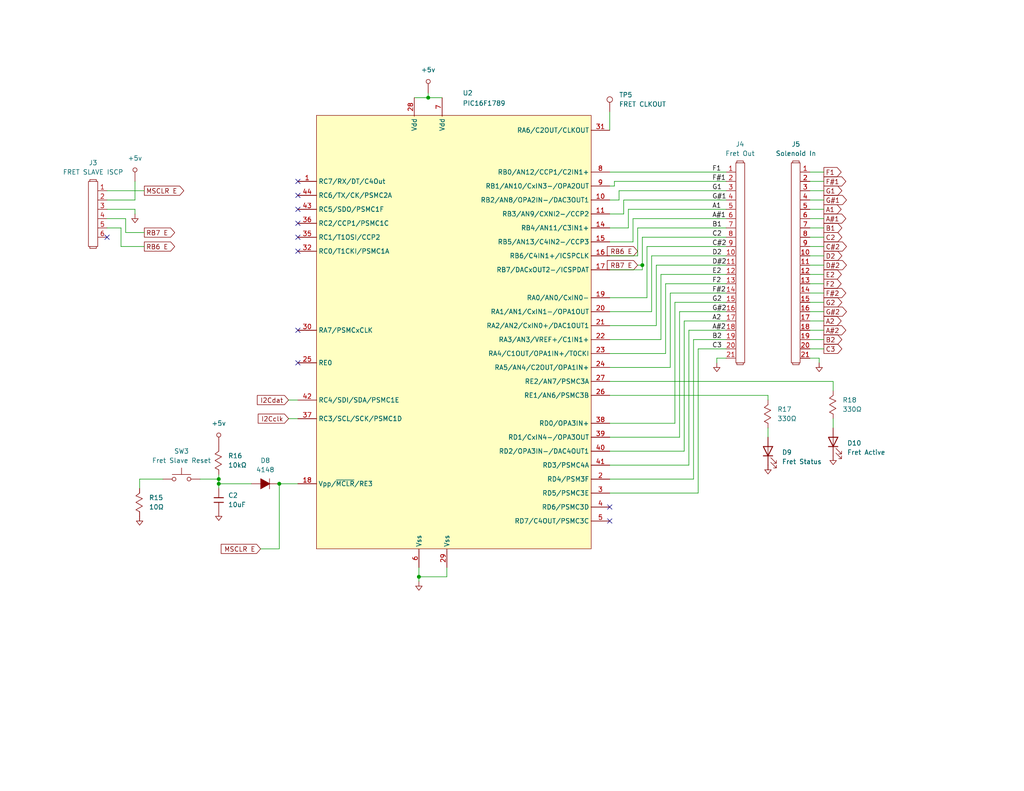
<source format=kicad_sch>
(kicad_sch (version 20250114) (generator "eeschema") (generator_version "9.0")
  (paper "A")
  (title_block (title "E-Slave Processor Schematic") (date "2024-12-10") (rev "A"))
  (lib_symbols
    (symbol "Connector:TestPoint" (pin_numbers (hide yes)) (pin_names (offset 0.762) (hide yes))
      (property "Reference" "TP" (at 0 6.858 0))
      (property "Value" "TestPoint" (at 0 5.08 0))
      (symbol "TestPoint_0_1"
        (circle (center 0 3.302) (radius 0.762))
      )
      (symbol "TestPoint_1_1"
        (pin passive line (at 0 0 90) (length 2.54) (name "1") (number "1"))
      )
    )
    (symbol "Custom Power:+5v" (power) (pin_numbers (hide yes)) (pin_names (hide yes)) (in_bom no) (on_board no)
      (property "Value" "+5v" (at 0 3.81 0))
      (symbol "+5v_0_1"
        (circle (center 0 1.8796) (radius 0.5611))
      )
      (symbol "+5v_1_1"
        (pin power_in line (at 0 -1.27 90) (length 2.54) (name "+5v") (number ""))
      )
    )
    (symbol "Custom Power:GND" (power) (pin_numbers (hide yes)) (pin_names (hide yes)) (in_bom no) (on_board no)
      (symbol "GND_0_1"
        (polyline (pts (xy -0.889 -1.27) (xy 0.889 -1.27) (xy 0 -2.413) (xy -0.889 -1.27)))
      )
      (symbol "GND_1_1"
        (pin power_in line (at 0 0 270) (length 1.27) (name "GND") (number "~"))
      )
    )
    (symbol "Device:LED" (pin_numbers (hide yes)) (pin_names (offset 1.016) (hide yes))
      (property "Reference" "D" (at 0 2.54 0))
      (property "Value" "LED" (at 0 -2.54 0))
      (symbol "LED_0_1"
        (polyline (pts (xy -3.048 -0.762) (xy -4.572 -2.286) (xy -3.81 -2.286) (xy -4.572 -2.286) (xy -4.572 -1.524)))
        (polyline (pts (xy -1.778 -0.762) (xy -3.302 -2.286) (xy -2.54 -2.286) (xy -3.302 -2.286) (xy -3.302 -1.524)))
        (polyline (pts (xy -1.27 0) (xy 1.27 0)))
        (polyline (pts (xy -1.27 -1.27) (xy -1.27 1.27)) (stroke (width 0.254)))
        (polyline (pts (xy 1.27 -1.27) (xy 1.27 1.27) (xy -1.27 0) (xy 1.27 -1.27)) (stroke (width 0.254)))
      )
      (symbol "LED_1_1"
        (pin passive line (at -3.81 0 0) (length 2.54) (name "K") (number "1"))
        (pin passive line (at 3.81 0 180) (length 2.54) (name "A") (number "2"))
      )
    )
    (symbol "OF symbols:Header_1x21" (pin_names (hide yes))
      (property "Reference" "J" (at -8.89 -3.81 0))
      (property "Value" "?" (at -8.89 -6.35 0))
      (symbol "Header_1x21_0_1"
        (rectangle (start -5.08 2.54) (end -2.667 -52.07))
        (polyline (pts (xy -4.699 2.54) (xy -4.699 3.048) (xy -2.921 3.048) (xy -2.921 2.54)))
        (polyline (pts (xy -4.699 -52.07) (xy -4.699 -52.578) (xy -2.921 -52.578) (xy -2.921 -52.07)))
      )
      (symbol "Header_1x21_1_1"
        (pin passive line (at 0 0 180) (length 2.54) (name "1") (number "1"))
        (pin passive line (at 0 -2.54 180) (length 2.54) (name "2") (number "2"))
        (pin passive line (at 0 -5.08 180) (length 2.54) (name "3") (number "3"))
        (pin passive line (at 0 -7.62 180) (length 2.54) (name "4") (number "4"))
        (pin passive line (at 0 -10.16 180) (length 2.54) (name "5") (number "5"))
        (pin passive line (at 0 -12.7 180) (length 2.54) (name "6") (number "6"))
        (pin passive line (at 0 -15.24 180) (length 2.54) (name "7") (number "7"))
        (pin passive line (at 0 -17.78 180) (length 2.54) (name "8") (number "8"))
        (pin passive line (at 0 -20.32 180) (length 2.54) (name "9") (number "9"))
        (pin passive line (at 0 -22.86 180) (length 2.54) (name "10") (number "10"))
        (pin passive line (at 0 -25.4 180) (length 2.54) (name "11") (number "11"))
        (pin passive line (at 0 -27.94 180) (length 2.54) (name "12") (number "12"))
        (pin passive line (at 0 -30.48 180) (length 2.54) (name "13") (number "13"))
        (pin passive line (at 0 -33.02 180) (length 2.54) (name "14") (number "14"))
        (pin passive line (at 0 -35.56 180) (length 2.54) (name "15") (number "15"))
        (pin passive line (at 0 -38.1 180) (length 2.54) (name "16") (number "16"))
        (pin passive line (at 0 -40.64 180) (length 2.54) (name "17") (number "17"))
        (pin passive line (at 0 -43.18 180) (length 2.54) (name "18") (number "18"))
        (pin passive line (at 0 -45.72 180) (length 2.54) (name "19") (number "19"))
        (pin passive line (at 0 -48.26 180) (length 2.54) (name "20") (number "20"))
        (pin passive line (at 0 -50.8 180) (length 2.54) (name "21") (number "21"))
      )
    )
    (symbol "Owen's Symbols:Capacitor" (pin_numbers (hide yes)) (pin_names (hide yes))
      (property "Reference" "C" (at 2.54 0 0))
      (property "Value" "?" (at 2.54 -2.54 0))
      (symbol "Capacitor_1_1"
        (polyline (pts (xy -1.27 -2.54) (xy 1.27 -2.54)) (stroke (width 0.254)))
        (polyline (pts (xy -1.27 -3.81) (xy 1.27 -3.81)) (stroke (width 0.254)))
        (pin passive line (at 0 0 270) (length 2.54) (name "1") (number "1"))
        (pin passive line (at 0 -6.35 90) (length 2.54) (name "2") (number "2"))
      )
    )
    (symbol "Owen's Symbols:Diode" (pin_numbers (hide yes)) (pin_names (hide yes))
      (property "Reference" "D" (at 3.81 -1.27 0))
      (property "Value" "Vz" (at 3.81 -3.81 0))
      (symbol "Diode_0_1"
        (polyline (pts (xy -1.397 -4.953) (xy 1.397 -4.953) (xy 1.397 -4.953)))
      )
      (symbol "Diode_1_1"
        (polyline (pts (xy -1.397 -2.54) (xy 1.397 -2.54) (xy 0 -5.08) (xy -1.397 -2.54)) (fill (type outline)))
        (pin passive line (at 0 0 270) (length 2.54) (name "2") (number "2"))
        (pin passive line (at 0 -7.62 90) (length 2.54) (name "1") (number "1"))
      )
    )
    (symbol "Owen's Symbols:Header_1x21" (pin_names (hide yes))
      (property "Reference" "J" (at -8.89 -3.81 0))
      (property "Value" "?" (at -8.89 -6.35 0))
      (symbol "Header_1x21_0_1"
        (rectangle (start -5.08 2.54) (end -2.667 -52.07))
        (polyline (pts (xy -4.699 2.54) (xy -4.699 3.048) (xy -2.921 3.048) (xy -2.921 2.54)))
        (polyline (pts (xy -4.699 -52.07) (xy -4.699 -52.578) (xy -2.921 -52.578) (xy -2.921 -52.07)))
      )
      (symbol "Header_1x21_1_1"
        (pin passive line (at 0 0 180) (length 2.54) (name "1") (number "1"))
        (pin passive line (at 0 -2.54 180) (length 2.54) (name "2") (number "2"))
        (pin passive line (at 0 -5.08 180) (length 2.54) (name "3") (number "3"))
        (pin passive line (at 0 -7.62 180) (length 2.54) (name "4") (number "4"))
        (pin passive line (at 0 -10.16 180) (length 2.54) (name "5") (number "5"))
        (pin passive line (at 0 -12.7 180) (length 2.54) (name "6") (number "6"))
        (pin passive line (at 0 -15.24 180) (length 2.54) (name "7") (number "7"))
        (pin passive line (at 0 -17.78 180) (length 2.54) (name "8") (number "8"))
        (pin passive line (at 0 -20.32 180) (length 2.54) (name "9") (number "9"))
        (pin passive line (at 0 -22.86 180) (length 2.54) (name "10") (number "10"))
        (pin passive line (at 0 -25.4 180) (length 2.54) (name "11") (number "11"))
        (pin passive line (at 0 -27.94 180) (length 2.54) (name "12") (number "12"))
        (pin passive line (at 0 -30.48 180) (length 2.54) (name "13") (number "13"))
        (pin passive line (at 0 -33.02 180) (length 2.54) (name "14") (number "14"))
        (pin passive line (at 0 -35.56 180) (length 2.54) (name "15") (number "15"))
        (pin passive line (at 0 -38.1 180) (length 2.54) (name "16") (number "16"))
        (pin passive line (at 0 -40.64 180) (length 2.54) (name "17") (number "17"))
        (pin passive line (at 0 -43.18 180) (length 2.54) (name "18") (number "18"))
        (pin passive line (at 0 -45.72 180) (length 2.54) (name "19") (number "19"))
        (pin passive line (at 0 -48.26 180) (length 2.54) (name "20") (number "20"))
        (pin passive line (at 0 -50.8 180) (length 2.54) (name "21") (number "21"))
      )
    )
    (symbol "Owen's Symbols:Header_1x6" (pin_names (hide yes))
      (property "Reference" "J" (at -8.89 -3.81 0))
      (property "Value" "?" (at -8.89 -6.35 0))
      (symbol "Header_1x6_0_1"
        (rectangle (start -5.08 2.54) (end -2.54 -15.24))
        (polyline (pts (xy -4.699 2.54) (xy -4.699 3.048) (xy -2.921 3.048) (xy -2.921 2.54)))
        (polyline (pts (xy -4.699 -15.24) (xy -4.699 -15.748) (xy -2.921 -15.748) (xy -2.921 -15.24)))
      )
      (symbol "Header_1x6_1_1"
        (pin passive line (at 0 0 180) (length 2.54) (name "1") (number "1"))
        (pin passive line (at 0 -2.54 180) (length 2.54) (name "2") (number "2"))
        (pin passive line (at 0 -5.08 180) (length 2.54) (name "3") (number "3"))
        (pin passive line (at 0 -7.62 180) (length 2.54) (name "4") (number "4"))
        (pin passive line (at 0 -10.16 180) (length 2.54) (name "5") (number "5"))
        (pin passive line (at 0 -12.7 180) (length 2.54) (name "6") (number "6"))
      )
    )
    (symbol "Owen's Symbols:PIC16F1789_44"
      (property "Reference" "U" (at -37.592 5.334 0))
      (property "Value" "PIC16F1789" (at -31.75 4.826 0))
      (symbol "PIC16F1789_44_1_0"
        (pin bidirectional line (at 45.72 -3.81 180) (length 5.08) (name "RA6/C2OUT/CLKOUT") (number "31"))
      )
      (symbol "PIC16F1789_44_1_1"
        (rectangle (start -34.29 0) (end 40.64 -118.11) (fill (type background)))
        (pin bidirectional line (at -39.37 -15.24 0) (length 5.08) (name "RA0/AN0/CxIN0-") (number "19"))
        (pin bidirectional line (at -39.37 -19.05 0) (length 5.08) (name "RA1/AN1/CxIN1-/OPA1OUT") (number "20"))
        (pin bidirectional line (at -39.37 -22.86 0) (length 5.08) (name "RA2/AN2/CxIN0+/DAC1OUT1") (number "21"))
        (pin bidirectional line (at -39.37 -26.67 0) (length 5.08) (name "RA3/AN3/VREF+/C1IN1+") (number "22"))
        (pin bidirectional line (at -39.37 -30.48 0) (length 5.08) (name "RA4/C1OUT/OPA1IN+/T0CKI") (number "23"))
        (pin bidirectional line (at -39.37 -34.29 0) (length 5.08) (name "RA5/AN4/C2OUT/OPA1IN+") (number "24"))
        (pin bidirectional line (at -39.37 -38.1 0) (length 5.08) (name "RA6/C2OUT/CLKOUT") (number "31"))
        (pin bidirectional line (at -39.37 -41.91 0) (length 5.08) (name "RA7/PSMCxCLK") (number "30"))
        (pin bidirectional line (at -39.37 -59.69 0) (length 5.08) (name "RE2/AN7/PSMC3A") (number "27"))
        (pin bidirectional line (at -39.37 -63.5 0) (length 5.08) (name "RE1/AN6/PSMC3B") (number "26"))
        (pin bidirectional line (at -39.37 -68.58 0) (length 5.08) (name "RE0") (number "25"))
        (pin bidirectional line (at -39.37 -100.33 0) (length 5.08) (name "Vpp/~{MCLR}/RE3") (number "18"))
        (pin bidirectional line (at -7.62 5.08 270) (length 5.08) (name "Vdd") (number "28"))
        (pin bidirectional line (at -6.35 -123.19 90) (length 5.08) (name "Vss") (number "6"))
        (pin bidirectional line (at 0 5.08 270) (length 5.08) (name "Vdd") (number "7"))
        (pin bidirectional line (at 1.27 -123.19 90) (length 5.08) (name "Vss") (number "29"))
        (pin bidirectional line (at 45.72 -15.24 180) (length 5.08) (name "RB0/AN12/CCP1/C2IN1+") (number "8"))
        (pin bidirectional line (at 45.72 -19.05 180) (length 5.08) (name "RB1/AN10/CxIN3-/OPA2OUT") (number "9"))
        (pin bidirectional line (at 45.72 -22.86 180) (length 5.08) (name "RB2/AN8/OPA2IN-/DAC3OUT1") (number "10"))
        (pin bidirectional line (at 45.72 -26.67 180) (length 5.08) (name "RB3/AN9/CXNI2-/CCP2") (number "11"))
        (pin bidirectional line (at 45.72 -30.48 180) (length 5.08) (name "RB4/AN11/C3IN1+") (number "14"))
        (pin bidirectional line (at 45.72 -34.29 180) (length 5.08) (name "RB5/AN13/C4IN2-/CCP3") (number "15"))
        (pin bidirectional line (at 45.72 -38.1 180) (length 5.08) (name "RB6/C4IN1+/ICSPCLK") (number "16"))
        (pin bidirectional line (at 45.72 -41.91 180) (length 5.08) (name "RB7/DACxOUT2-/ICSPDAT") (number "17"))
        (pin bidirectional line (at 45.72 -49.53 180) (length 5.08) (name "RC0/T1CKI/PSMC1A") (number "32"))
        (pin bidirectional line (at 45.72 -53.34 180) (length 5.08) (name "RC1/T1OSI/CCP2") (number "35"))
        (pin bidirectional line (at 45.72 -57.15 180) (length 5.08) (name "RC2/CCP1/PSMC1C") (number "36"))
        (pin bidirectional line (at 45.72 -60.96 180) (length 5.08) (name "RC3/SCL/SCK/PSMC1D") (number "37"))
        (pin bidirectional line (at 45.72 -64.77 180) (length 5.08) (name "RC4/SDI/SDA/PSMC1E") (number "42"))
        (pin bidirectional line (at 45.72 -68.58 180) (length 5.08) (name "RC5/SDO/PSMC1F") (number "43"))
        (pin bidirectional line (at 45.72 -72.39 180) (length 5.08) (name "RC6/TX/CK/PSMC2A") (number "44"))
        (pin bidirectional line (at 45.72 -76.2 180) (length 5.08) (name "RC7/RX/DT/C4Out") (number "1"))
        (pin bidirectional line (at 45.72 -83.82 180) (length 5.08) (name "RD0/OPA3IN+") (number "38"))
        (pin bidirectional line (at 45.72 -87.63 180) (length 5.08) (name "RD1/CxIN4-/OPA3OUT") (number "39"))
        (pin bidirectional line (at 45.72 -91.44 180) (length 5.08) (name "RD2/OPA3IN-/DAC4OUT1") (number "40"))
        (pin bidirectional line (at 45.72 -95.25 180) (length 5.08) (name "RD3/PSMC4A") (number "41"))
        (pin bidirectional line (at 45.72 -99.06 180) (length 5.08) (name "RD4/PSM3F") (number "2"))
        (pin bidirectional line (at 45.72 -102.87 180) (length 5.08) (name "RD5/PSMC3E") (number "3"))
        (pin bidirectional line (at 45.72 -106.68 180) (length 5.08) (name "RD6/PSMC3D") (number "4"))
        (pin bidirectional line (at 45.72 -110.49 180) (length 5.08) (name "RD7/C4OUT/PSMC3C") (number "5"))
      )
      (symbol "PIC16F1789_44_1_2"
        (rectangle (start -34.29 0.254) (end 40.64 -118.11) (fill (type background)))
        (pin bidirectional line (at -39.37 -17.78 0) (length 5.08) (name "RC7/RX/DT/C4Out") (number "1"))
        (pin bidirectional line (at -39.37 -21.59 0) (length 5.08) (name "RC6/TX/CK/PSMC2A") (number "44"))
        (pin bidirectional line (at -39.37 -25.4 0) (length 5.08) (name "RC5/SDO/PSMC1F") (number "43"))
        (pin bidirectional line (at -39.37 -29.21 0) (length 5.08) (name "RC2/CCP1/PSMC1C") (number "36"))
        (pin bidirectional line (at -39.37 -33.02 0) (length 5.08) (name "RC1/T1OSI/CCP2") (number "35"))
        (pin bidirectional line (at -39.37 -36.83 0) (length 5.08) (name "RC0/T1CKI/PSMC1A") (number "32"))
        (pin bidirectional line (at -39.37 -58.42 0) (length 5.08) (name "RA7/PSMCxCLK") (number "30"))
        (pin bidirectional line (at -39.37 -67.31 0) (length 5.08) (name "RE0") (number "25"))
        (pin bidirectional line (at -39.37 -77.47 0) (length 5.08) (name "RC4/SDI/SDA/PSMC1E") (number "42"))
        (pin bidirectional line (at -39.37 -82.55 0) (length 5.08) (name "RC3/SCL/SCK/PSMC1D") (number "37"))
        (pin bidirectional line (at -39.37 -100.33 0) (length 5.08) (name "Vpp/~{MCLR}/RE3") (number "18"))
        (pin bidirectional line (at -7.62 5.08 270) (length 5.08) (name "Vdd") (number "28"))
        (pin bidirectional line (at -6.35 -123.19 90) (length 5.08) (name "Vss") (number "6"))
        (pin bidirectional line (at 0 5.08 270) (length 5.08) (name "Vdd") (number "7"))
        (pin bidirectional line (at 1.27 -123.19 90) (length 5.08) (name "Vss") (number "29"))
        (pin bidirectional line (at 45.72 -15.24 180) (length 5.08) (name "RB0/AN12/CCP1/C2IN1+") (number "8"))
        (pin bidirectional line (at 45.72 -19.05 180) (length 5.08) (name "RB1/AN10/CxIN3-/OPA2OUT") (number "9"))
        (pin bidirectional line (at 45.72 -22.86 180) (length 5.08) (name "RB2/AN8/OPA2IN-/DAC3OUT1") (number "10"))
        (pin bidirectional line (at 45.72 -26.67 180) (length 5.08) (name "RB3/AN9/CXNI2-/CCP2") (number "11"))
        (pin bidirectional line (at 45.72 -30.48 180) (length 5.08) (name "RB4/AN11/C3IN1+") (number "14"))
        (pin bidirectional line (at 45.72 -34.29 180) (length 5.08) (name "RB5/AN13/C4IN2-/CCP3") (number "15"))
        (pin bidirectional line (at 45.72 -38.1 180) (length 5.08) (name "RB6/C4IN1+/ICSPCLK") (number "16"))
        (pin bidirectional line (at 45.72 -41.91 180) (length 5.08) (name "RB7/DACxOUT2-/ICSPDAT") (number "17"))
        (pin bidirectional line (at 45.72 -49.53 180) (length 5.08) (name "RA0/AN0/CxIN0-") (number "19"))
        (pin bidirectional line (at 45.72 -53.34 180) (length 5.08) (name "RA1/AN1/CxIN1-/OPA1OUT") (number "20"))
        (pin bidirectional line (at 45.72 -57.15 180) (length 5.08) (name "RA2/AN2/CxIN0+/DAC1OUT1") (number "21"))
        (pin bidirectional line (at 45.72 -60.96 180) (length 5.08) (name "RA3/AN3/VREF+/C1IN1+") (number "22"))
        (pin bidirectional line (at 45.72 -64.77 180) (length 5.08) (name "RA4/C1OUT/OPA1IN+/T0CKI") (number "23"))
        (pin bidirectional line (at 45.72 -68.58 180) (length 5.08) (name "RA5/AN4/C2OUT/OPA1IN+") (number "24"))
        (pin bidirectional line (at 45.72 -72.39 180) (length 5.08) (name "RE2/AN7/PSMC3A") (number "27"))
        (pin bidirectional line (at 45.72 -76.2 180) (length 5.08) (name "RE1/AN6/PSMC3B") (number "26"))
        (pin bidirectional line (at 45.72 -83.82 180) (length 5.08) (name "RD0/OPA3IN+") (number "38"))
        (pin bidirectional line (at 45.72 -87.63 180) (length 5.08) (name "RD1/CxIN4-/OPA3OUT") (number "39"))
        (pin bidirectional line (at 45.72 -91.44 180) (length 5.08) (name "RD2/OPA3IN-/DAC4OUT1") (number "40"))
        (pin bidirectional line (at 45.72 -95.25 180) (length 5.08) (name "RD3/PSMC4A") (number "41"))
        (pin bidirectional line (at 45.72 -99.06 180) (length 5.08) (name "RD4/PSM3F") (number "2"))
        (pin bidirectional line (at 45.72 -102.87 180) (length 5.08) (name "RD5/PSMC3E") (number "3"))
        (pin bidirectional line (at 45.72 -106.68 180) (length 5.08) (name "RD6/PSMC3D") (number "4"))
        (pin bidirectional line (at 45.72 -110.49 180) (length 5.08) (name "RD7/C4OUT/PSMC3C") (number "5"))
      )
    )
    (symbol "Owen's Symbols:Resistor_Mod" (pin_numbers (hide yes)) (pin_names (offset 0) (hide yes))
      (property "Reference" "R" (at 0 4.318 0))
      (property "Value" "ValueΩ" (at 0 2.54 0))
      (symbol "Resistor_Mod_0_1"
        (polyline (pts (xy -2.54 0) (xy -2.032 1.016) (xy -1.016 -0.762) (xy 0 1.016) (xy 1.016 -0.762) (xy 1.778 1.016) (xy 2.54 0)))
      )
      (symbol "Resistor_Mod_1_1"
        (pin passive line (at -3.81 0 0) (length 1.27) (name "1") (number "1"))
        (pin passive line (at 3.81 0 180) (length 1.27) (name "2") (number "2"))
      )
    )
    (symbol "Switch:SW_Push" (pin_numbers (hide yes)) (pin_names (offset 1.016) (hide yes))
      (property "Reference" "SW" (at 1.27 2.54 0))
      (property "Value" "SW_Push" (at 0 -1.524 0))
      (symbol "SW_Push_0_1"
        (circle (center -2.032 0) (radius 0.508))
        (polyline (pts (xy 0 1.27) (xy 0 3.048)))
        (circle (center 2.032 0) (radius 0.508))
        (polyline (pts (xy 2.54 1.27) (xy -2.54 1.27)))
        (pin passive line (at -5.08 0 0) (length 2.54) (name "1") (number "1"))
        (pin passive line (at 5.08 0 180) (length 2.54) (name "2") (number "2"))
      )
    )
  )
  (junction (at 59.69 130.81))
  (junction (at 59.69 132.08))
  (junction (at 114.3 157.48))
  (junction (at 76.2 132.08))
  (junction (at 175.26 72.39))
  (junction (at 116.84 26.67))
  (no_connect (at 81.28 49.53))
  (no_connect (at 81.28 60.96))
  (no_connect (at 81.28 68.58))
  (no_connect (at 81.28 90.17))
  (no_connect (at 81.28 53.34))
  (no_connect (at 81.28 99.06))
  (no_connect (at 166.37 142.24))
  (no_connect (at 81.28 64.77))
  (no_connect (at 29.21 64.77))
  (no_connect (at 81.28 57.15))
  (no_connect (at 166.37 138.43))
  (wire (pts (xy 166.37 85.09) (xy 177.8 85.09)))
  (wire (pts (xy 223.52 97.79) (xy 223.52 99.06)))
  (wire (pts (xy 78.74 114.3) (xy 81.28 114.3)))
  (wire (pts (xy 220.98 72.39) (xy 224.79 72.39)))
  (wire (pts (xy 34.29 63.5) (xy 39.37 63.5)))
  (wire (pts (xy 39.37 67.31) (xy 33.02 67.31)))
  (wire (pts (xy 76.2 149.86) (xy 76.2 132.08)))
  (wire (pts (xy 166.37 127) (xy 187.96 127)))
  (wire (pts (xy 176.53 67.31) (xy 198.12 67.31)))
  (wire (pts (xy 114.3 157.48) (xy 121.92 157.48)))
  (wire (pts (xy 114.3 154.94) (xy 114.3 157.48)))
  (wire (pts (xy 71.12 149.86) (xy 76.2 149.86)))
  (wire (pts (xy 166.37 50.8) (xy 167.64 50.8)))
  (wire (pts (xy 166.37 104.14) (xy 227.33 104.14)))
  (wire (pts (xy 29.21 59.69) (xy 34.29 59.69)))
  (wire (pts (xy 166.37 62.23) (xy 171.45 62.23)))
  (wire (pts (xy 209.55 109.22) (xy 209.55 107.95)))
  (wire (pts (xy 184.15 82.55) (xy 198.12 82.55)))
  (wire (pts (xy 59.69 132.08) (xy 59.69 133.35)))
  (wire (pts (xy 36.83 57.15) (xy 36.83 58.42)))
  (wire (pts (xy 220.98 90.17) (xy 224.79 90.17)))
  (wire (pts (xy 166.37 58.42) (xy 170.18 58.42)))
  (wire (pts (xy 220.98 52.07) (xy 224.79 52.07)))
  (wire (pts (xy 166.37 100.33) (xy 182.88 100.33)))
  (wire (pts (xy 227.33 104.14) (xy 227.33 106.68)))
  (wire (pts (xy 220.98 64.77) (xy 224.79 64.77)))
  (wire (pts (xy 68.58 132.08) (xy 59.69 132.08)))
  (wire (pts (xy 166.37 69.85) (xy 173.99 69.85)))
  (wire (pts (xy 220.98 85.09) (xy 224.79 85.09)))
  (wire (pts (xy 180.34 74.93) (xy 198.12 74.93)))
  (wire (pts (xy 189.23 92.71) (xy 198.12 92.71)))
  (wire (pts (xy 173.99 72.39) (xy 175.26 72.39)))
  (wire (pts (xy 166.37 66.04) (xy 172.72 66.04)))
  (wire (pts (xy 113.03 26.67) (xy 116.84 26.67)))
  (wire (pts (xy 180.34 92.71) (xy 180.34 74.93)))
  (wire (pts (xy 220.98 49.53) (xy 224.79 49.53)))
  (wire (pts (xy 176.53 81.28) (xy 176.53 67.31)))
  (wire (pts (xy 189.23 130.81) (xy 189.23 92.71)))
  (wire (pts (xy 220.98 95.25) (xy 224.79 95.25)))
  (wire (pts (xy 168.91 52.07) (xy 198.12 52.07)))
  (wire (pts (xy 116.84 26.67) (xy 120.65 26.67)))
  (wire (pts (xy 121.92 154.94) (xy 121.92 157.48)))
  (wire (pts (xy 166.37 119.38) (xy 185.42 119.38)))
  (wire (pts (xy 184.15 115.57) (xy 184.15 82.55)))
  (wire (pts (xy 29.21 57.15) (xy 36.83 57.15)))
  (wire (pts (xy 179.07 72.39) (xy 198.12 72.39)))
  (wire (pts (xy 173.99 69.85) (xy 173.99 62.23)))
  (wire (pts (xy 167.64 49.53) (xy 198.12 49.53)))
  (wire (pts (xy 195.58 97.79) (xy 198.12 97.79)))
  (wire (pts (xy 190.5 134.62) (xy 190.5 95.25)))
  (wire (pts (xy 166.37 92.71) (xy 180.34 92.71)))
  (wire (pts (xy 116.84 25.4) (xy 116.84 26.67)))
  (wire (pts (xy 220.98 59.69) (xy 224.79 59.69)))
  (wire (pts (xy 171.45 57.15) (xy 198.12 57.15)))
  (wire (pts (xy 220.98 57.15) (xy 224.79 57.15)))
  (wire (pts (xy 172.72 66.04) (xy 172.72 59.69)))
  (wire (pts (xy 166.37 115.57) (xy 184.15 115.57)))
  (wire (pts (xy 187.96 127) (xy 187.96 90.17)))
  (wire (pts (xy 186.69 123.19) (xy 186.69 87.63)))
  (wire (pts (xy 166.37 123.19) (xy 186.69 123.19)))
  (wire (pts (xy 166.37 73.66) (xy 175.26 73.66)))
  (wire (pts (xy 175.26 64.77) (xy 198.12 64.77)))
  (wire (pts (xy 220.98 82.55) (xy 224.79 82.55)))
  (wire (pts (xy 175.26 73.66) (xy 175.26 72.39)))
  (wire (pts (xy 167.64 50.8) (xy 167.64 49.53)))
  (wire (pts (xy 185.42 85.09) (xy 198.12 85.09)))
  (wire (pts (xy 190.5 95.25) (xy 198.12 95.25)))
  (wire (pts (xy 172.72 59.69) (xy 198.12 59.69)))
  (wire (pts (xy 166.37 46.99) (xy 198.12 46.99)))
  (wire (pts (xy 220.98 77.47) (xy 224.79 77.47)))
  (wire (pts (xy 59.69 132.08) (xy 59.69 130.81)))
  (wire (pts (xy 182.88 100.33) (xy 182.88 80.01)))
  (wire (pts (xy 185.42 119.38) (xy 185.42 85.09)))
  (wire (pts (xy 209.55 107.95) (xy 166.37 107.95)))
  (wire (pts (xy 220.98 80.01) (xy 224.79 80.01)))
  (wire (pts (xy 171.45 62.23) (xy 171.45 57.15)))
  (wire (pts (xy 38.1 133.35) (xy 38.1 130.81)))
  (wire (pts (xy 220.98 69.85) (xy 224.79 69.85)))
  (wire (pts (xy 220.98 74.93) (xy 224.79 74.93)))
  (wire (pts (xy 114.3 157.48) (xy 114.3 158.75)))
  (wire (pts (xy 209.55 116.84) (xy 209.55 119.38)))
  (wire (pts (xy 220.98 67.31) (xy 224.79 67.31)))
  (wire (pts (xy 29.21 52.07) (xy 39.37 52.07)))
  (wire (pts (xy 166.37 96.52) (xy 181.61 96.52)))
  (wire (pts (xy 220.98 97.79) (xy 223.52 97.79)))
  (wire (pts (xy 33.02 67.31) (xy 33.02 62.23)))
  (wire (pts (xy 59.69 130.81) (xy 59.69 129.54)))
  (wire (pts (xy 170.18 54.61) (xy 198.12 54.61)))
  (wire (pts (xy 220.98 62.23) (xy 224.79 62.23)))
  (wire (pts (xy 166.37 134.62) (xy 190.5 134.62)))
  (wire (pts (xy 38.1 130.81) (xy 44.45 130.81)))
  (wire (pts (xy 220.98 54.61) (xy 224.79 54.61)))
  (wire (pts (xy 166.37 130.81) (xy 189.23 130.81)))
  (wire (pts (xy 181.61 77.47) (xy 198.12 77.47)))
  (wire (pts (xy 175.26 72.39) (xy 175.26 64.77)))
  (wire (pts (xy 177.8 69.85) (xy 198.12 69.85)))
  (wire (pts (xy 177.8 85.09) (xy 177.8 69.85)))
  (wire (pts (xy 166.37 54.61) (xy 168.91 54.61)))
  (wire (pts (xy 220.98 87.63) (xy 224.79 87.63)))
  (wire (pts (xy 34.29 59.69) (xy 34.29 63.5)))
  (wire (pts (xy 173.99 62.23) (xy 198.12 62.23)))
  (wire (pts (xy 166.37 81.28) (xy 176.53 81.28)))
  (wire (pts (xy 33.02 62.23) (xy 29.21 62.23)))
  (wire (pts (xy 187.96 90.17) (xy 198.12 90.17)))
  (wire (pts (xy 181.61 96.52) (xy 181.61 77.47)))
  (wire (pts (xy 182.88 80.01) (xy 198.12 80.01)))
  (wire (pts (xy 220.98 92.71) (xy 224.79 92.71)))
  (wire (pts (xy 78.74 109.22) (xy 81.28 109.22)))
  (wire (pts (xy 195.58 99.06) (xy 195.58 97.79)))
  (wire (pts (xy 36.83 54.61) (xy 36.83 49.53)))
  (wire (pts (xy 166.37 30.48) (xy 166.37 35.56)))
  (wire (pts (xy 220.98 46.99) (xy 224.79 46.99)))
  (wire (pts (xy 179.07 88.9) (xy 179.07 72.39)))
  (wire (pts (xy 54.61 130.81) (xy 59.69 130.81)))
  (wire (pts (xy 166.37 88.9) (xy 179.07 88.9)))
  (wire (pts (xy 170.18 58.42) (xy 170.18 54.61)))
  (wire (pts (xy 186.69 87.63) (xy 198.12 87.63)))
  (wire (pts (xy 29.21 54.61) (xy 36.83 54.61)))
  (wire (pts (xy 76.2 132.08) (xy 81.28 132.08)))
  (wire (pts (xy 227.33 114.3) (xy 227.33 116.84)))
  (wire (pts (xy 168.91 54.61) (xy 168.91 52.07)))
  (label "B1" (at 194.31 62.23 0))
  (label "C2" (at 194.31 64.77 0))
  (label "B2" (at 194.31 92.71 0))
  (label "F#2" (at 194.31 80.01 0))
  (label "E2" (at 194.31 74.93 0))
  (label "D#2" (at 194.31 72.39 0))
  (label "A#1" (at 194.31 59.69 0))
  (label "G1" (at 194.31 52.07 0))
  (label "D2" (at 194.31 69.85 0))
  (label "C3" (at 194.31 95.25 0))
  (label "C#2" (at 194.31 67.31 0))
  (label "F2" (at 194.31 77.47 0))
  (label "G#2" (at 194.31 85.09 0))
  (label "G#1" (at 194.31 54.61 0))
  (label "A#2" (at 194.31 90.17 0))
  (label "F#1" (at 194.31 49.53 0))
  (label "G2" (at 194.31 82.55 0))
  (label "A2" (at 194.31 87.63 0))
  (label "F1" (at 194.31 46.99 0))
  (label "A1" (at 194.31 57.15 0))
  (global_label "C3" (shape output) (at 224.79 95.25 0) (property "Intersheetrefs" "${INTERSHEET_REFS}" (effects (hide yes))))
  (global_label "D#2" (shape output) (at 224.79 72.39 0) (property "Intersheetrefs" "${INTERSHEET_REFS}" (effects (hide yes))))
  (global_label "E2" (shape output) (at 224.79 74.93 0) (property "Intersheetrefs" "${INTERSHEET_REFS}" (effects (hide yes))))
  (global_label "G#1" (shape output) (at 224.79 54.61 0) (property "Intersheetrefs" "${INTERSHEET_REFS}" (effects (hide yes))))
  (global_label "B2" (shape output) (at 224.79 92.71 0) (property "Intersheetrefs" "${INTERSHEET_REFS}" (effects (hide yes))))
  (global_label "A#1" (shape output) (at 224.79 59.69 0) (property "Intersheetrefs" "${INTERSHEET_REFS}" (effects (hide yes))))
  (global_label "I2Cdat" (shape input) (at 78.74 109.22 180) (property "Intersheetrefs" "${INTERSHEET_REFS}" (effects (hide yes))))
  (global_label "B1" (shape output) (at 224.79 62.23 0) (property "Intersheetrefs" "${INTERSHEET_REFS}" (effects (hide yes))))
  (global_label "G#2" (shape output) (at 224.79 85.09 0) (property "Intersheetrefs" "${INTERSHEET_REFS}" (effects (hide yes))))
  (global_label "MSCLR E" (shape input) (at 71.12 149.86 180) (property "Intersheetrefs" "${INTERSHEET_REFS}" (effects (hide yes))))
  (global_label "F1" (shape output) (at 224.79 46.99 0) (property "Intersheetrefs" "${INTERSHEET_REFS}" (effects (hide yes))))
  (global_label "F#1" (shape output) (at 224.79 49.53 0) (property "Intersheetrefs" "${INTERSHEET_REFS}" (effects (hide yes))))
  (global_label "A2" (shape output) (at 224.79 87.63 0) (property "Intersheetrefs" "${INTERSHEET_REFS}" (effects (hide yes))))
  (global_label "A#2" (shape output) (at 224.79 90.17 0) (property "Intersheetrefs" "${INTERSHEET_REFS}" (effects (hide yes))))
  (global_label "A1" (shape output) (at 224.79 57.15 0) (property "Intersheetrefs" "${INTERSHEET_REFS}" (effects (hide yes))))
  (global_label "RB7 E" (shape input) (at 173.99 72.39 180) (property "Intersheetrefs" "${INTERSHEET_REFS}" (effects (hide yes))))
  (global_label "MSCLR E" (shape output) (at 39.37 52.07 0) (property "Intersheetrefs" "${INTERSHEET_REFS}" (effects (hide yes))))
  (global_label "D2" (shape output) (at 224.79 69.85 0) (property "Intersheetrefs" "${INTERSHEET_REFS}" (effects (hide yes))))
  (global_label "G2" (shape output) (at 224.79 82.55 0) (property "Intersheetrefs" "${INTERSHEET_REFS}" (effects (hide yes))))
  (global_label "G1" (shape output) (at 224.79 52.07 0) (property "Intersheetrefs" "${INTERSHEET_REFS}" (effects (hide yes))))
  (global_label "F2" (shape output) (at 224.79 77.47 0) (property "Intersheetrefs" "${INTERSHEET_REFS}" (effects (hide yes))))
  (global_label "F#2" (shape output) (at 224.79 80.01 0) (property "Intersheetrefs" "${INTERSHEET_REFS}" (effects (hide yes))))
  (global_label "I2Cclk" (shape input) (at 78.74 114.3 180) (property "Intersheetrefs" "${INTERSHEET_REFS}" (effects (hide yes))))
  (global_label "RB7 E" (shape output) (at 39.37 63.5 0) (property "Intersheetrefs" "${INTERSHEET_REFS}" (effects (hide yes))))
  (global_label "RB6 E" (shape output) (at 39.37 67.31 0) (property "Intersheetrefs" "${INTERSHEET_REFS}" (effects (hide yes))))
  (global_label "C#2" (shape output) (at 224.79 67.31 0) (property "Intersheetrefs" "${INTERSHEET_REFS}" (effects (hide yes))))
  (global_label "RB6 E" (shape input) (at 173.99 68.58 180) (property "Intersheetrefs" "${INTERSHEET_REFS}" (effects (hide yes))))
  (global_label "C2" (shape output) (at 224.79 64.77 0) (property "Intersheetrefs" "${INTERSHEET_REFS}" (effects (hide yes))))
  (symbol (lib_id "Custom Power:GND") (at 114.3 158.75 0) (unit 1) (in_bom no) (on_board no)
    (property "Reference" "#PWR027" (effects (hide yes)))
    (property "Value" "GND" (effects (hide yes)))
  )
  (symbol (lib_id "Connector:TestPoint") (at 166.37 30.48 0) (unit 1)
    (property "Reference" "TP5" (at 168.91 25.9079 0) (effects (justify left)))
    (property "Value" "FRET CLKOUT" (at 168.91 28.4479 0) (effects (justify left)))
    (property "Footprint" "Connector_PinHeader_2.54mm:PinHeader_1x01_P2.54mm_Vertical" (effects (hide yes)))
    (property "Description" "test point" (effects (hide yes)))
  )
  (symbol (lib_id "Custom Power:GND") (at 59.69 139.7 0) (unit 1) (in_bom no) (on_board no)
    (property "Reference" "#PWR026" (effects (hide yes)))
    (property "Value" "GND" (effects (hide yes)))
  )
  (symbol (lib_id "Device:LED") (at 227.33 120.65 90) (unit 1)
    (property "Reference" "D10" (at 231.14 120.9674 90) (effects (justify right)))
    (property "Value" "Fret Active" (at 231.14 123.5074 90) (effects (justify right)))
    (property "Footprint" "Diode_SMD:D_0805_2012Metric_Pad1.15x1.40mm_HandSolder" (effects (hide yes)))
    (property "Description" "Light emitting diode" (effects (hide yes)))
  )
  (symbol (lib_id "Owen's Symbols:Resistor_Mod") (at 59.69 125.73 90) (unit 1)
    (property "Reference" "R16" (at 62.23 124.4599 90) (effects (justify right)))
    (property "Value" "10kΩ" (at 62.23 126.9999 90) (effects (justify right)))
    (property "Footprint" "Resistor_SMD:R_0805_2012Metric_Pad1.20x1.40mm_HandSolder" (effects (hide yes)))
  )
  (symbol (lib_id "Owen's Symbols:Capacitor") (at 59.69 133.35 0) (unit 1)
    (property "Reference" "C2" (at 62.23 135.2549 0) (effects (justify left)))
    (property "Value" "10uF" (at 62.23 137.7949 0) (effects (justify left)))
    (property "Footprint" "Capacitor_SMD:C_0805_2012Metric_Pad1.18x1.45mm_HandSolder" (effects (hide yes)))
  )
  (symbol (lib_id "Custom Power:GND") (at 227.33 124.46 0) (unit 1) (in_bom no) (on_board no)
    (property "Reference" "#PWR032" (effects (hide yes)))
    (property "Value" "GND" (effects (hide yes)))
  )
  (symbol (lib_id "OF symbols:Header_1x21") (at 198.12 46.99 0) (mirror y) (unit 1)
    (property "Reference" "J4" (at 201.93 39.37 0))
    (property "Value" "Fret Out" (at 201.93 41.91 0))
    (property "Footprint" "OF Footprints:PinHeader_2x21_P2.54mm_Vertical" (effects (hide yes)))
  )
  (symbol (lib_id "Owen's Symbols:Header_1x6") (at 29.21 52.07 0) (unit 1)
    (property "Reference" "J3" (at 25.4 44.45 0))
    (property "Value" "FRET SLAVE ISCP" (at 25.4 46.99 0))
    (property "Footprint" "Connector_PinHeader_2.54mm:PinHeader_1x06_P2.54mm_Vertical" (effects (hide yes)))
  )
  (symbol (lib_id "Custom Power:+5v") (at 36.83 48.26 0) (unit 1) (in_bom no) (on_board no)
    (property "Reference" "#PWR022" (effects (hide yes)))
    (property "Value" "+5v" (at 36.83 43.18 0))
  )
  (symbol (lib_id "Custom Power:GND") (at 38.1 140.97 0) (unit 1) (in_bom no) (on_board no)
    (property "Reference" "#PWR024" (effects (hide yes)))
    (property "Value" "GND" (effects (hide yes)))
  )
  (symbol (lib_id "Owen's Symbols:Resistor_Mod") (at 38.1 137.16 90) (unit 1)
    (property "Reference" "R15" (at 40.64 135.8899 90) (effects (justify right)))
    (property "Value" "10Ω" (at 40.64 138.4299 90) (effects (justify right)))
    (property "Footprint" "Resistor_SMD:R_0805_2012Metric_Pad1.20x1.40mm_HandSolder" (effects (hide yes)))
  )
  (symbol (lib_id "Switch:SW_Push") (at 49.53 130.81 0) (unit 1)
    (property "Reference" "SW3" (at 49.53 123.19 0))
    (property "Value" "Fret Slave Reset" (at 49.53 125.73 0))
    (property "Footprint" "Button_Switch_THT:SW_PUSH_6mm_H5mm" (effects (hide yes)))
    (property "Description" "Push button switch, generic, two pins" (effects (hide yes)))
  )
  (symbol (lib_id "Owen's Symbols:Resistor_Mod") (at 209.55 113.03 90) (unit 1)
    (property "Reference" "R17" (at 212.09 111.7599 90) (effects (justify right)))
    (property "Value" "330Ω" (at 212.09 114.2999 90) (effects (justify right)))
    (property "Footprint" "Resistor_SMD:R_0805_2012Metric_Pad1.20x1.40mm_HandSolder" (effects (hide yes)))
  )
  (symbol (lib_id "Custom Power:GND") (at 195.58 99.06 0) (unit 1) (in_bom no) (on_board no)
    (property "Reference" "#PWR029" (effects (hide yes)))
    (property "Value" "GND" (effects (hide yes)))
  )
  (symbol (lib_id "Owen's Symbols:PIC16F1789_44") (at 120.65 31.75 0) (unit 1) (convert 2)
    (property "Reference" "U2" (at 126.238 25.4 0) (effects (justify left)))
    (property "Value" "PIC16F1789" (at 126.238 28.194 0) (effects (justify left)))
    (property "Footprint" "OF Footprints:TQFP-44_10x10mm_P0.8mm_Handsolder" (effects (hide yes)))
  )
  (symbol (lib_id "Owen's Symbols:Resistor_Mod") (at 227.33 110.49 90) (unit 1)
    (property "Reference" "R18" (at 229.87 109.2199 90) (effects (justify right)))
    (property "Value" "330Ω" (at 229.87 111.7599 90) (effects (justify right)))
    (property "Footprint" "Resistor_SMD:R_0805_2012Metric_Pad1.20x1.40mm_HandSolder" (effects (hide yes)))
  )
  (symbol (lib_id "Custom Power:GND") (at 36.83 58.42 0) (unit 1) (in_bom no) (on_board no)
    (property "Reference" "#PWR023" (effects (hide yes)))
    (property "Value" "GND" (effects (hide yes)))
  )
  (symbol (lib_id "Owen's Symbols:Diode") (at 68.58 132.08 90) (unit 1)
    (property "Reference" "D8" (at 72.39 125.73 90))
    (property "Value" "4148" (at 72.39 128.27 90))
    (property "Footprint" "Diode_SMD:D_0805_2012Metric_Pad1.15x1.40mm_HandSolder" (effects (hide yes)))
  )
  (symbol (lib_id "Custom Power:GND") (at 223.52 99.06 0) (unit 1) (in_bom no) (on_board no)
    (property "Reference" "#PWR031" (effects (hide yes)))
    (property "Value" "GND" (effects (hide yes)))
  )
  (symbol (lib_id "Device:LED") (at 209.55 123.19 90) (unit 1)
    (property "Reference" "D9" (at 213.36 123.5074 90) (effects (justify right)))
    (property "Value" "Fret Status" (at 213.36 126.0474 90) (effects (justify right)))
    (property "Footprint" "Diode_SMD:D_0805_2012Metric_Pad1.15x1.40mm_HandSolder" (effects (hide yes)))
    (property "Description" "Light emitting diode" (effects (hide yes)))
  )
  (symbol (lib_id "Custom Power:GND") (at 209.55 127 0) (unit 1) (in_bom no) (on_board no)
    (property "Reference" "#PWR030" (effects (hide yes)))
    (property "Value" "GND" (effects (hide yes)))
  )
  (symbol (lib_id "Custom Power:+5v") (at 59.69 120.65 0) (unit 1) (in_bom no) (on_board no)
    (property "Reference" "#PWR025" (effects (hide yes)))
    (property "Value" "+5v" (at 59.69 115.57 0))
  )
  (symbol (lib_id "Custom Power:+5v") (at 116.84 24.13 0) (unit 1) (in_bom no) (on_board no)
    (property "Reference" "#PWR028" (effects (hide yes)))
    (property "Value" "+5v" (at 116.84 19.05 0))
  )
  (symbol (lib_id "Owen's Symbols:Header_1x21") (at 220.98 46.99 0) (unit 1)
    (property "Reference" "J5" (at 217.17 39.37 0))
    (property "Value" "Solenoid In" (at 217.17 41.91 0))
    (property "Footprint" "Connector_PinHeader_2.54mm:PinHeader_1x21_P2.54mm_Vertical" (effects (hide yes)))
  )
)
</source>
